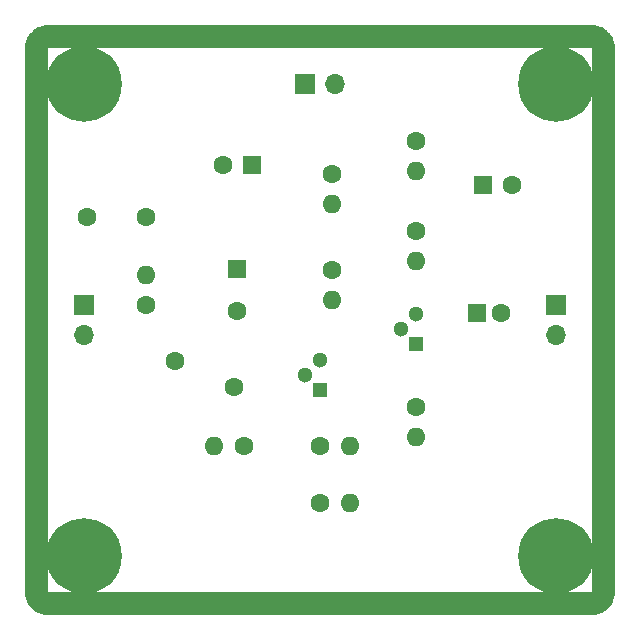
<source format=gbs>
%TF.GenerationSoftware,KiCad,Pcbnew,7.0.10-7.0.10~ubuntu22.04.1*%
%TF.CreationDate,2024-01-03T18:25:55-08:00*%
%TF.ProjectId,YamhillAFFeedbackAmp,59616d68-696c-46c4-9146-466565646261,A*%
%TF.SameCoordinates,Original*%
%TF.FileFunction,Soldermask,Bot*%
%TF.FilePolarity,Negative*%
%FSLAX46Y46*%
G04 Gerber Fmt 4.6, Leading zero omitted, Abs format (unit mm)*
G04 Created by KiCad (PCBNEW 7.0.10-7.0.10~ubuntu22.04.1) date 2024-01-03 18:25:55*
%MOMM*%
%LPD*%
G01*
G04 APERTURE LIST*
%ADD10R,1.300000X1.300000*%
%ADD11C,1.300000*%
%ADD12R,1.600000X1.600000*%
%ADD13C,1.600000*%
%ADD14O,1.600000X1.600000*%
%ADD15C,0.800000*%
%ADD16C,6.400000*%
%ADD17R,1.700000X1.700000*%
%ADD18O,1.700000X1.700000*%
G04 APERTURE END LIST*
D10*
%TO.C,Q2*%
X125000000Y-80900000D03*
D11*
X123730000Y-79630000D03*
X125000000Y-78360000D03*
%TD*%
D12*
%TO.C,C1*%
X138800000Y-63600000D03*
D13*
X141300000Y-63600000D03*
%TD*%
D12*
%TO.C,C3*%
X138300000Y-74400000D03*
D13*
X140300000Y-74400000D03*
%TD*%
%TO.C,R3*%
X133100000Y-67455000D03*
D14*
X133100000Y-69995000D03*
%TD*%
D13*
%TO.C,R5*%
X133100000Y-82400000D03*
D14*
X133100000Y-84940000D03*
%TD*%
D13*
%TO.C,R1*%
X133100000Y-59800000D03*
D14*
X133100000Y-62340000D03*
%TD*%
D15*
%TO.C,H2*%
X102600000Y-55000000D03*
X103302944Y-53302944D03*
X103302944Y-56697056D03*
X105000000Y-52600000D03*
D16*
X105000000Y-55000000D03*
D15*
X105000000Y-57400000D03*
X106697056Y-53302944D03*
X106697056Y-56697056D03*
X107400000Y-55000000D03*
%TD*%
D13*
%TO.C,R8*%
X125000000Y-85700000D03*
D14*
X127540000Y-85700000D03*
%TD*%
D10*
%TO.C,Q1*%
X133100000Y-77000000D03*
D11*
X131830000Y-75730000D03*
X133100000Y-74460000D03*
%TD*%
D13*
%TO.C,L1*%
X112700000Y-78500000D03*
X117700000Y-80700000D03*
%TD*%
D12*
%TO.C,C4*%
X118000000Y-70700000D03*
D13*
X118000000Y-74200000D03*
%TD*%
%TO.C,R6*%
X110300000Y-73700000D03*
D14*
X110300000Y-71160000D03*
%TD*%
D15*
%TO.C,H1*%
X142600000Y-55000000D03*
X143302944Y-53302944D03*
X143302944Y-56697056D03*
X145000000Y-52600000D03*
D16*
X145000000Y-55000000D03*
D15*
X145000000Y-57400000D03*
X146697056Y-53302944D03*
X146697056Y-56697056D03*
X147400000Y-55000000D03*
%TD*%
%TO.C,H3*%
X142600000Y-95000000D03*
X143302944Y-93302944D03*
X143302944Y-96697056D03*
X145000000Y-92600000D03*
D16*
X145000000Y-95000000D03*
D15*
X145000000Y-97400000D03*
X146697056Y-93302944D03*
X146697056Y-96697056D03*
X147400000Y-95000000D03*
%TD*%
%TO.C,H4*%
X102600000Y-95000000D03*
X103302944Y-93302944D03*
X103302944Y-96697056D03*
X105000000Y-92600000D03*
D16*
X105000000Y-95000000D03*
D15*
X105000000Y-97400000D03*
X106697056Y-93302944D03*
X106697056Y-96697056D03*
X107400000Y-95000000D03*
%TD*%
D17*
%TO.C,J1*%
X123725000Y-55000000D03*
D18*
X126265000Y-55000000D03*
%TD*%
D13*
%TO.C,R2*%
X126000000Y-62600000D03*
D14*
X126000000Y-65140000D03*
%TD*%
D12*
%TO.C,C2*%
X119282380Y-61900000D03*
D13*
X116782380Y-61900000D03*
%TD*%
%TO.C,R9*%
X125000000Y-90500000D03*
D14*
X127540000Y-90500000D03*
%TD*%
D13*
%TO.C,C5*%
X110300000Y-66300000D03*
X105300000Y-66300000D03*
%TD*%
%TO.C,R7*%
X118600000Y-85700000D03*
D14*
X116060000Y-85700000D03*
%TD*%
D17*
%TO.C,J2*%
X145000000Y-73725000D03*
D18*
X145000000Y-76265000D03*
%TD*%
D17*
%TO.C,J3*%
X105000000Y-73725000D03*
D18*
X105000000Y-76265000D03*
%TD*%
D13*
%TO.C,R4*%
X126000000Y-70800000D03*
D14*
X126000000Y-73340000D03*
%TD*%
G36*
X102003031Y-51750149D02*
G01*
X102018420Y-51750905D01*
X102030531Y-51752098D01*
X102038917Y-51753342D01*
X102102343Y-51782651D01*
X102139854Y-51841597D01*
X102139542Y-51911466D01*
X102101505Y-51970075D01*
X102037820Y-51998815D01*
X102020722Y-52000000D01*
X102000000Y-52000000D01*
X102000000Y-98000000D01*
X102020722Y-98000000D01*
X102087761Y-98019685D01*
X102133516Y-98072489D01*
X102143460Y-98141647D01*
X102114435Y-98205203D01*
X102055657Y-98242977D01*
X102038903Y-98246660D01*
X102030517Y-98247903D01*
X102018428Y-98249093D01*
X102003039Y-98249850D01*
X101996947Y-98250000D01*
X100133328Y-98250000D01*
X100066289Y-98230315D01*
X100020534Y-98177511D01*
X100009644Y-98134846D01*
X100000316Y-98004418D01*
X100000000Y-97995572D01*
X100000000Y-52004427D01*
X100000316Y-51995581D01*
X100009644Y-51865154D01*
X100034061Y-51799690D01*
X100089994Y-51757818D01*
X100133328Y-51750000D01*
X101996947Y-51750000D01*
X102003031Y-51750149D01*
G37*
G36*
X101943039Y-97769685D02*
G01*
X101988794Y-97822489D01*
X102000000Y-97874000D01*
X102000000Y-98000000D01*
X148000000Y-98000000D01*
X148000000Y-97874000D01*
X148019685Y-97806961D01*
X148072489Y-97761206D01*
X148124000Y-97750000D01*
X149876000Y-97750000D01*
X149943039Y-97769685D01*
X149988794Y-97822489D01*
X150000000Y-97874000D01*
X150000000Y-97995572D01*
X149999684Y-98004418D01*
X149980275Y-98275785D01*
X149977757Y-98293297D01*
X149920872Y-98554794D01*
X149915888Y-98571770D01*
X149822361Y-98822524D01*
X149815011Y-98838617D01*
X149686758Y-99073496D01*
X149677193Y-99088380D01*
X149516811Y-99302624D01*
X149505225Y-99315994D01*
X149315994Y-99505225D01*
X149302624Y-99516811D01*
X149088380Y-99677193D01*
X149073496Y-99686758D01*
X148838617Y-99815011D01*
X148822524Y-99822361D01*
X148571770Y-99915888D01*
X148554794Y-99920872D01*
X148293297Y-99977757D01*
X148275785Y-99980275D01*
X148004418Y-99999684D01*
X147995572Y-100000000D01*
X102004428Y-100000000D01*
X101995582Y-99999684D01*
X101724214Y-99980275D01*
X101706702Y-99977757D01*
X101445205Y-99920872D01*
X101428229Y-99915888D01*
X101177475Y-99822361D01*
X101161382Y-99815011D01*
X100926503Y-99686758D01*
X100911619Y-99677193D01*
X100697375Y-99516811D01*
X100684005Y-99505225D01*
X100494774Y-99315994D01*
X100483188Y-99302624D01*
X100322806Y-99088380D01*
X100313241Y-99073496D01*
X100184988Y-98838617D01*
X100177638Y-98822524D01*
X100084111Y-98571770D01*
X100079127Y-98554794D01*
X100022242Y-98293297D01*
X100019724Y-98275785D01*
X100000316Y-98004418D01*
X100000000Y-97995572D01*
X100000000Y-97874000D01*
X100019685Y-97806961D01*
X100072489Y-97761206D01*
X100124000Y-97750000D01*
X101876000Y-97750000D01*
X101943039Y-97769685D01*
G37*
G36*
X149933711Y-51769685D02*
G01*
X149979466Y-51822489D01*
X149990356Y-51865154D01*
X149999684Y-51995581D01*
X150000000Y-52004427D01*
X150000000Y-97995572D01*
X149999684Y-98004418D01*
X149990356Y-98134846D01*
X149965939Y-98200310D01*
X149910006Y-98242182D01*
X149866672Y-98250000D01*
X148003053Y-98250000D01*
X147996961Y-98249850D01*
X147981571Y-98249093D01*
X147969480Y-98247903D01*
X147961095Y-98246660D01*
X147897667Y-98217357D01*
X147860149Y-98158415D01*
X147860455Y-98088546D01*
X147898486Y-98029933D01*
X147962167Y-98001186D01*
X147979278Y-98000000D01*
X148000000Y-98000000D01*
X148000000Y-52000000D01*
X147979278Y-52000000D01*
X147912239Y-51980315D01*
X147866484Y-51927511D01*
X147856540Y-51858353D01*
X147885565Y-51794797D01*
X147944343Y-51757023D01*
X147961081Y-51753343D01*
X147969466Y-51752099D01*
X147981579Y-51750905D01*
X147996969Y-51750149D01*
X148003053Y-51750000D01*
X149866672Y-51750000D01*
X149933711Y-51769685D01*
G37*
G36*
X148004418Y-50000316D02*
G01*
X148275785Y-50019724D01*
X148293297Y-50022242D01*
X148554794Y-50079127D01*
X148571770Y-50084111D01*
X148822524Y-50177638D01*
X148838617Y-50184988D01*
X149073496Y-50313241D01*
X149088380Y-50322806D01*
X149302624Y-50483188D01*
X149315994Y-50494774D01*
X149505225Y-50684005D01*
X149516811Y-50697375D01*
X149677193Y-50911619D01*
X149686758Y-50926503D01*
X149815011Y-51161382D01*
X149822361Y-51177475D01*
X149915888Y-51428229D01*
X149920872Y-51445205D01*
X149977757Y-51706702D01*
X149980275Y-51724214D01*
X149999684Y-51995581D01*
X150000000Y-52004427D01*
X150000000Y-52126000D01*
X149980315Y-52193039D01*
X149927511Y-52238794D01*
X149876000Y-52250000D01*
X148124000Y-52250000D01*
X148056961Y-52230315D01*
X148011206Y-52177511D01*
X148000000Y-52126000D01*
X148000000Y-52000000D01*
X102000000Y-52000000D01*
X102000000Y-52126000D01*
X101980315Y-52193039D01*
X101927511Y-52238794D01*
X101876000Y-52250000D01*
X100124000Y-52250000D01*
X100056961Y-52230315D01*
X100011206Y-52177511D01*
X100000000Y-52126000D01*
X100000000Y-52004427D01*
X100000316Y-51995581D01*
X100019724Y-51724214D01*
X100022242Y-51706702D01*
X100079127Y-51445205D01*
X100084111Y-51428229D01*
X100177638Y-51177475D01*
X100184988Y-51161382D01*
X100313241Y-50926503D01*
X100322806Y-50911619D01*
X100483188Y-50697375D01*
X100494774Y-50684005D01*
X100684005Y-50494774D01*
X100697375Y-50483188D01*
X100911619Y-50322806D01*
X100926503Y-50313241D01*
X101161382Y-50184988D01*
X101177475Y-50177638D01*
X101428229Y-50084111D01*
X101445205Y-50079127D01*
X101706702Y-50022242D01*
X101724214Y-50019724D01*
X101995582Y-50000316D01*
X102004428Y-50000000D01*
X147995572Y-50000000D01*
X148004418Y-50000316D01*
G37*
M02*

</source>
